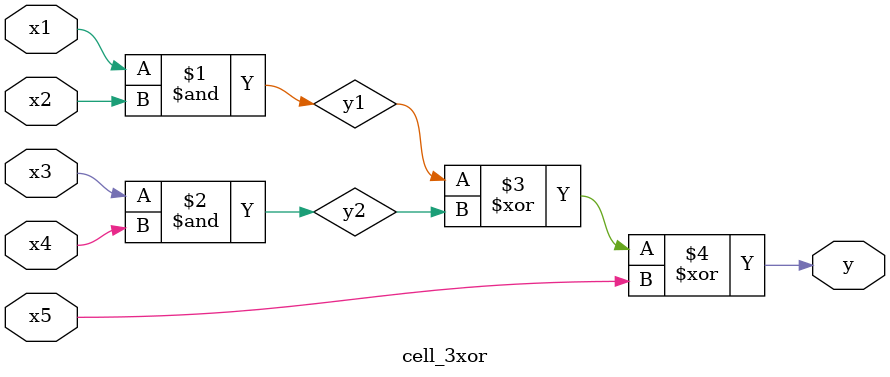
<source format=v>
`timescale 1ns/10ps
module cell_3xor(y,x1,x2,x3,x4,x5);
  input x1,x2,x3,x4,x5;
  output y;
  wire y1,y2;
  and (y1,x1,x2);
  and (y2,x3,x4);
  xor(y,y1,y2,x5);
endmodule
</source>
